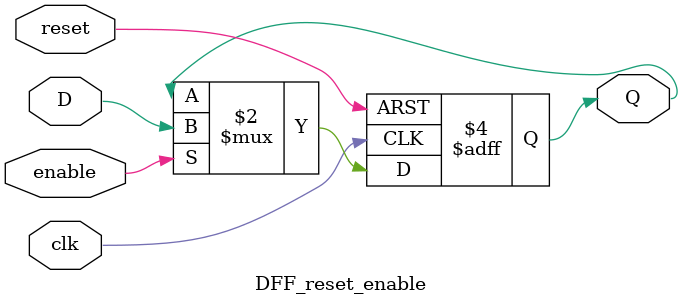
<source format=sv>
module DFF_reset_enable(
    input  logic clk, reset, enable,
    input  logic D,
    output logic Q  ); 
    
    always @(posedge clk, posedge reset)
        if (reset)
            Q <= 1'b0;
        else if (enable)
            Q <= D;
        //ÎÞÐèelse,±íÊ¾reset=0Ê±£¬Q<=QÒÔÇ°µÄÖµ 
endmodule
</source>
